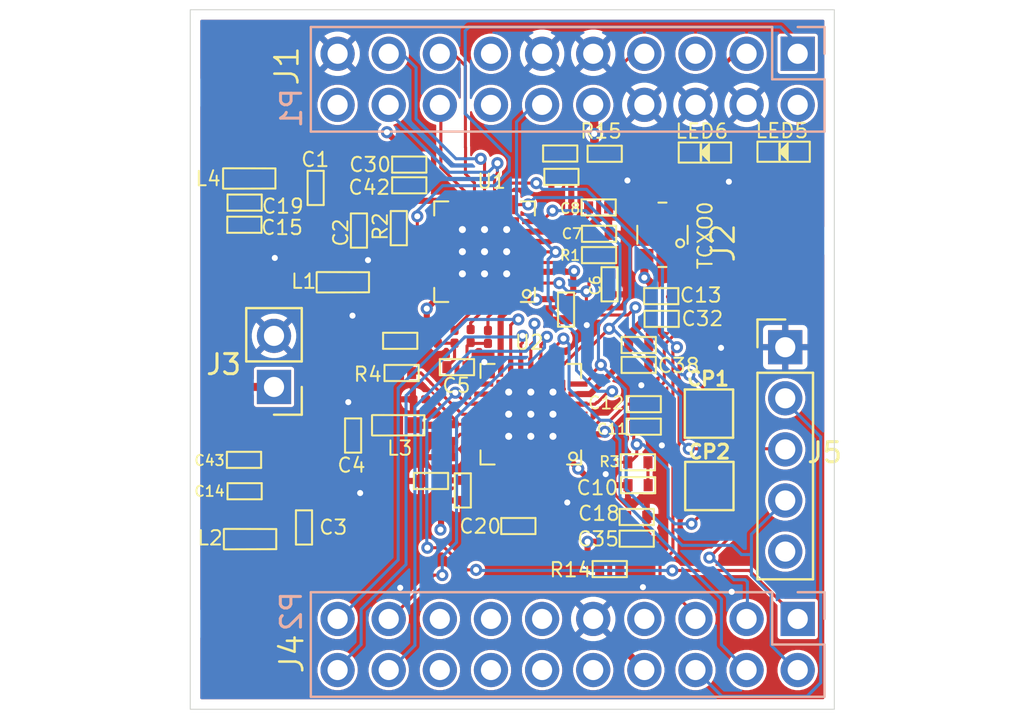
<source format=kicad_pcb>
(kicad_pcb (version 20241229) (generator "pcbnew") (generator_version "9.0")
  (layers (0 "F.Cu" signal) (4 "In1.Cu" signal) (6 "In2.Cu" signal) (2 "B.Cu" signal) (13 "F.Paste" user) (15 "B.Paste" user) (5 "F.SilkS" user "F.Silkscreen") (7 "B.SilkS" user "B.Silkscreen") (1 "F.Mask" user) (3 "B.Mask" user) (25 "Edge.Cuts" user))
  (net 0 "")
  (net 3 "CPAD_2.2MM")
  (net 4 "Net-(R10-P$2)")
  (net 5 "Net-(R11-P$2)")
  (net 6 "CP1OUT")
  (net 7 "CP2OUT")
  (net 8 "+3.3V")
  (net 9 "/5V")
  (net 10 "Net-(R23-P$2)")
  (net 11 "Net-(R25-P$2)")
  (net 12 "PA7")
  (net 13 "SDATA")
  (net 14 "SCLK")
  (net 15 "Net-(L1-P$2)")
  (net 16 "Net-(L3-P$2)")
  (net 17 "/PD6")
  (net 18 "PD7")
  (net 20 "Q0_A")
  (net 22 "I0_A")
  (net 23 "I1_A")
  (net 25 "DCLK")
  (net 26 "Q1_A")
  (net 27 "LOCK_A")
  (net 28 "/SLRD")
  (net 29 "LOCK_B")
  (net 34 "/PA5")
  (net 35 "I0_B")
  (net 36 "CSN_B")
  (net 39 "CSN_A")
  (net 40 "Q0_B")
  (net 41 "I1_B")
  (net 42 "Q1_B")
  (net 43 "Net-(R5-P$1)")
  (net 44 "Net-(R6-P$1)")
  (net 45 "Net-(R9-P$1)")
  (net 46 "Net-(R10-P$1)")
  (net 47 "Net-(R11-P$1)")
  (net 48 "Net-(R12-P$1)")
  (net 49 "Net-(R17-P$1)")
  (net 50 "Net-(R18-P$1)")
  (net 51 "Net-(R23-P$1)")
  (net 52 "Net-(R24-P$1)")
  (net 53 "Net-(R25-P$1)")
  (net 54 "Net-(R26-P$1)")
  (net 55 "Net-(R2-P$1)")
  (net 56 "Net-(U1-XTAL)")
  (net 60 "/PLL_CLK")
  (net 61 "Net-(R4-P$1)")
  (net 65 "Net-(U2-XTAL)")
  (net 67 "Net-(L1-P$1)")
  (net 68 "Net-(J1-RF)")
  (net 69 "Net-(L3-P$1)")
  (net 70 "Net-(J4-RF)")
  (net 71 "Net-(R1-P$1)")
  (net 72 "Net-(R3-P$1)")
  (footprint "pocket_sdr_v2.33:C1005" (layer "F.Cu") (at 139.42 105.75 180)
    (property "Reference" "C14")
    (property "Value" "100pF" (hide yes))
  )
  (footprint "pocket_sdr_v2.33:C1005" (layer "F.Cu") (at 147.6 89.51)
    (property "Reference" "C30")
    (property "Value" "0.1uF" (hide yes))
  )
  (footprint "pocket_sdr_v2.33:C1005" (layer "F.Cu") (at 144.81 102.98 -90)
    (property "Reference" "C4")
    (property "Value" "1.1pF" (hide yes))
  )
  (footprint "pocket_sdr_v2.33:C1005" (layer "F.Cu") (at 158.96 104.31 180)
    (property "Reference" "R3")
    (property "Value" "15K" (hide yes))
  )
  (footprint "pocket_sdr_v2.33:C1005" (layer "F.Cu") (at 147.15 98.27 180)
    (property "Reference" "C31" (hide yes))
    (property "Value" "0.1uF" (hide yes))
  )
  (footprint "pocket_sdr_v2.33:C1005" (layer "F.Cu") (at 149.97 99.58)
    (property "Reference" "C5")
    (property "Value" "470pF" (hide yes))
  )
  (footprint "pocket_sdr_v2.33:C1005" (layer "F.Cu") (at 159 98.48)
    (property "Reference" "C36" (hide yes))
    (property "Value" "100pF" (hide yes))
  )
  (footprint "Resistor_SMD:R_0201_0603Metric" (layer "F.Cu") (at 149.47 104.06 180)
    (property "Reference" "R20" (hide yes))
    (property "Value" "0hi nclo" (hide yes))
  )
  (footprint "Resistor_SMD:R_0201_0603Metric" (layer "F.Cu") (at 147.15 96.89 180)
    (property "Reference" "R7" (hide yes))
    (property "Value" "0hi nclo" (hide yes))
  )
  (footprint "Resistor_SMD:R_0201_0603Metric" (layer "F.Cu") (at 151.51 98.08 -90)
    (property "Reference" "R12" (hide yes))
    (property "Value" "0lo nchi" (hide yes))
  )
  (footprint "pocket_sdr_v2.33:C1005" (layer "F.Cu") (at 155.39 96.72 -90)
    (property "Reference" "C16" (hide yes))
    (property "Value" "0.1uF" (hide yes))
  )
  (footprint "Connector_PinHeader_2.54mm:PinHeader_1x05_P2.54mm_Vertical" (layer "F.Cu") (at 166.28 98.59)
    (property "Reference" "J5")
    (property "Value" "Conn_01x05_Pin" (hide yes))
  )
  (footprint "pocket_sdr_v2.33:SMA-ANG" (layer "F.Cu") (at 135.23 85.93 90)
    (property "Reference" "J1")
    (property "Value" "SMA-ANG")
  )
  (footprint "Resistor_SMD:R_0201_0603Metric" (layer "F.Cu") (at 147.17 96.07 180)
    (property "Reference" "R6" (hide yes))
    (property "Value" "0lo nchi" (hide yes))
  )
  (footprint "pocket_sdr_v2.33:C1005" (layer "F.Cu") (at 142.37 107.55 90)
    (property "Reference" "C3")
    (property "Value" "470pF" (hide yes))
  )
  (footprint "pocket_sdr_v2.33:C1005" (layer "F.Cu") (at 158.9 107.03)
    (property "Reference" "C18")
    (property "Value" "100pF" (hide yes))
  )
  (footprint "pocket_sdr_v2.33:C1005" (layer "F.Cu") (at 157.03 92.95)
    (property "Reference" "C7")
    (property "Value" "15pF" (hide yes))
  )
  (footprint "Resistor_SMD:R_0201_0603Metric" (layer "F.Cu") (at 148.1 101.18 180)
    (property "Reference" "R19" (hide yes))
    (property "Value" "0lo nchi" (hide yes))
  )
  (footprint "pocket_sdr_v2.33:C1005" (layer "F.Cu") (at 150.26 105.71 -90)
    (property "Reference" "C33" (hide yes))
    (property "Value" "100pF" (hide yes))
  )
  (footprint "TestPoint:TestPoint_Pad_2.0x2.0mm" (layer "F.Cu") (at 162.49 101.89)
    (property "Reference" "CP1")
    (property "Value" "TestPoint" (hide yes))
  )
  (footprint "pocket_sdr_v2.33:C1005" (layer "F.Cu") (at 158.9 108.11)
    (property "Reference" "C35")
    (property "Value" "0.1uF" (hide yes))
  )
  (footprint "Connector_PinHeader_2.54mm:PinHeader_1x02_P2.54mm_Vertical" (layer "F.Cu") (at 140.88 100.565 180)
    (property "Reference" "J3")
    (property "Value" "Screw_Terminal_01x02" (hide yes))
  )
  (footprint "pocket_sdr_v2.33:C1005" (layer "F.Cu") (at 153.02 107.48)
    (property "Reference" "C20")
    (property "Value" "470pF" (hide yes))
  )
  (footprint "Resistor_SMD:R_0201_0603Metric" (layer "F.Cu") (at 147.17 94.34 180)
    (property "Reference" "R8" (hide yes))
    (property "Value" "0lo nchi" (hide yes))
  )
  (footprint "Resistor_SMD:R_0201_0603Metric" (layer "F.Cu") (at 150.65 98.03 -90)
    (property "Reference" "R11" (hide yes))
    (property "Value" "0hi nclo" (hide yes))
  )
  (footprint "pocket_sdr_v2.33:C1005" (layer "F.Cu") (at 159.25 102.54)
    (property "Reference" "C11")
    (property "Value" "15pF" (hide yes))
  )
  (footprint "pocket_sdr_v2.33:C1005" (layer "F.Cu") (at 147.22 99.87 180)
    (property "Reference" "R4")
    (property "Value" "10K" (hide yes))
  )
  (footprint "pocket_sdr_v2.33:C1005" (layer "F.Cu") (at 139.42 91.4 180)
    (property "Reference" "C19")
    (property "Value" "0.1uF" (hide yes))
  )
  (footprint "Resistor_SMD:R_0201_0603Metric" (layer "F.Cu") (at 149.85 98.07 -90)
    (property "Reference" "R10" (hide yes))
    (property "Value" "0hi nclo" (hide yes))
  )
  (footprint "pocket_sdr_v2.33:C1005" (layer "F.Cu") (at 139.39 104.19 180)
    (property "Reference" "C43")
    (property "Value" "0.1uF" (hide yes))
  )
  (footprint "pocket_sdr_v2.33:C1005" (layer "F.Cu") (at 160.14 97.18)
    (property "Reference" "C32")
    (property "Value" "100pF" (hide yes))
  )
  (footprint "pocket_sdr_v2.33:TQFN28" (layer "F.Cu") (at 151.34 93.84 90)
    (property "Reference" "U1")
    (property "Value" "MAX2771" (hide yes))
  )
  (footprint "Resistor_SMD:R_0201_0603Metric" (layer "F.Cu") (at 149.02 98.07 -90)
    (property "Reference" "R9" (hide yes))
    (property "Value" "0lo nchi" (hide yes))
  )
  (footprint "pocket_sdr_v2.33:C1005" (layer "F.Cu") (at 155.1 88.96 180)
    (property "Reference" "C39" (hide yes))
    (property "Value" "100pF" (hide yes))
  )
  (footprint "pocket_sdr_v2.33:C1005" (layer "F.Cu") (at 145.1 92.79 -90)
    (property "Reference" "C2")
    (property "Value" "1.7pF" (hide yes))
  )
  (footprint "Resistor_SMD:R_0201_0603Metric" (layer "F.Cu") (at 152.63 105.99 -90)
    (property "Reference" "R24" (hide yes))
    (property "Value" "0hi nclo" (hide yes))
  )
  (footprint "pocket_sdr_v2.33:SMA-ANG" (layer "F.Cu") (at 170.18 93.3 -90)
    (property "Reference" "J2")
    (property "Value" "SMA-ANG")
  )
  (footprint "pocket_sdr_v2.33:C1005" (layer "F.Cu") (at 157.01 91.64 180)
    (property "Reference" "C8")
    (property "Value" "0.01uF" (hide yes))
  )
  (footprint "pocket_sdr_v2.33:C1608" (layer "F.Cu") (at 139.65 90.2)
    (property "Reference" "L4")
    (property "Value" "68nH" (hide yes))
  )
  (footprint "pocket_sdr_v2.33:C1005" (layer "F.Cu") (at 157.31 88.97 180)
    (property "Reference" "R15")
    (property "Value" "10K" (hide yes))
  )
  (footprint "pocket_sdr_v2.33:C1005" (layer "F.Cu") (at 160.12 96.05)
    (property "Reference" "C13")
    (property "Value" "0.1uF" (hide yes))
  )
  (footprint "pocket_sdr_v2.33:C1608" (layer "F.Cu") (at 139.69 108.13)
    (property "Reference" "L2")
    (property "Value" "68nH" (hide yes))
  )
  (footprint "Resistor_SMD:R_0201_0603Metric" (layer "F.Cu") (at 147.14 95.18 180)
    (property "Reference" "R5" (hide yes))
    (property "Value" "0hi nclo" (hide yes))
  )
  (footprint "pocket_sdr_v2.33:C1005" (layer "F.Cu") (at 159.25 101.42 180)
    (property "Reference" "C12")
    (property "Value" "0.01uF" (hide yes))
  )
  (footprint "TestPoint:TestPoint_Pad_2.0x2.0mm" (layer "F.Cu") (at 162.51 105.49)
    (property "Reference" "CP2")
    (property "Value" "TestPoint" (hide yes))
  )
  (footprint "pocket_sdr_v2.33:TCXO" (layer "F.Cu") (at 160.18 93 90)
    (property "Reference" "TCXO0")
    (property "Value" "24.000 MHz 0.5ppm" (hide yes))
  )
  (footprint "Resistor_SMD:R_0201_0603Metric" (layer "F.Cu") (at 149.51 102.42 180)
    (property "Reference" "R17" (hide yes))
    (property "Value" "0hi nclo" (hide yes))
  )
  (footprint "pocket_sdr_v2.33:SMA-ANG" (layer "F.Cu") (at 135.26 112.34 90)
    (property "Reference" "J4")
    (property "Value" "SMA-ANG")
  )
  (footprint "Resistor_SMD:R_0201_0603Metric" (layer "F.Cu") (at 151.8 105.98 -90)
    (property "Reference" "R23" (hide yes))
    (property "Value" "0lo nchi" (hide yes))
  )
  (footprint "pocket_sdr_v2.33:C1005" (layer "F.Cu") (at 148.68 105.24 180)
    (property "Reference" "C34" (hide yes))
    (property "Value" "0.1uF" (hide yes))
  )
  (footprint "pocket_sdr_v2.33:C1005" (layer "F.Cu") (at 158.97 105.45 180)
    (property "Reference" "C10")
    (property "Value" "750pF" (hide yes))
  )
  (footprint "pocket_sdr_v2.33:C1005" (layer "F.Cu") (at 157.56 109.62 180)
    (property "Reference" "R14")
    (property "Value" "10K" (hide yes))
  )
  (footprint "pocket_sdr_v2.33:C1005" (layer "F.Cu") (at 157.03 94.01 180)
    (property "Reference" "R1")
    (property "Value" "15K" (hide yes))
  )
  (footprint "pocket_sdr_v2.33:C1005" (layer "F.Cu") (at 155.16 90.12 180)
    (property "Reference" "C17" (hide yes))
    (property "Value" "0.1uF" (hide yes))
  )
  (footprint "pocket_sdr_v2.33:C1005" (layer "F.Cu") (at 159 99.47)
    (property "Reference" "C38")
    (property "Value" "0.1uF" (hide yes))
  )
  (footprint "pocket_sdr_v2.33:C1005" (layer "F.Cu") (at 139.41 92.5 180)
    (property "Reference" "C15")
    (property "Value" "100pF" (hide yes))
  )
  (footprint "pocket_sdr_v2.33:TQFN28" (layer "F.Cu") (at 153.64 101.92 90)
    (property "Reference" "U2")
    (property "Value" "MAX2771" (hide yes))
  )
  (footprint "pocket_sdr_v2.33:C1005" (layer "F.Cu") (at 142.95 90.67 -90)
    (property "Reference" "C1")
    (property "Value" "470pF" (hide yes))
  )
  (footprint "pocket_sdr_v2.33:C1005" (layer "F.Cu") (at 157.55 95.46 -90)
    (property "Reference" "C6")
    (property "Value" "750pF" (hide yes))
  )
  (footprint "Resistor_SMD:R_0201_0603Metric" (layer "F.Cu") (at 149.48 103.25 180)
    (property "Reference" "R18" (hide yes))
    (property "Value" "0lo nchi" (hide yes))
  )
  (footprint "pocket_sdr_v2.33:C1608" (layer "F.Cu") (at 147.05 102.47)
    (property "Reference" "L3")
    (property "Value" "8.4nH" (hide yes))
  )
  (footprint "pocket_sdr_v2.33:C1608" (layer "F.Cu") (at 144.3 95.36)
    (property "Reference" "L1")
    (property "Value" "5.6nF" (hide yes))
  )
  (footprint "pocket_sdr_v2.33:LED_1608" (layer "F.Cu") (at 166.2 88.87 180)
    (property "Reference" "LED5")
    (property "Value" "LED1608" (hide yes))
  )
  (footprint "pocket_sdr_v2.33:C1005" (layer "F.Cu") (at 147.6 90.54)
    (property "Reference" "C42")
    (property "Value" "100pF" (hide yes))
  )
  (footprint "pocket_sdr_v2.33:LED_1608" (layer "F.Cu") (at 162.29 88.91 180)
    (property "Reference" "LED6")
    (property "Value" "LED1608" (hide yes))
  )
  (footprint "Resistor_SMD:R_0201_0603Metric" (layer "F.Cu") (at 153.45 105.985 -90)
    (property "Reference" "R25" (hide yes))
    (property "Value" "0hi nclo" (hide yes))
  )
  (footprint "pocket_sdr_v2.33:C1005" (layer "F.Cu") (at 147.08 92.67 90)
    (property "Reference" "R2")
    (property "Value" "10K" (hide yes))
  )
  (footprint "Resistor_SMD:R_0201_0603Metric" (layer "F.Cu") (at 154.25 105.98 -90)
    (property "Reference" "R26" (hide yes))
    (property "Value" "0lo nchi" (hide yes))
  )
  (footprint "Connector_PinSocket_2.54mm:PinSocket_2x10_P2.54mm_Vertical" (layer "B.Cu") (at 166.9 112.1 90)
    (property "Reference" "P2")
    (property "Value" "Conn_02x10_Odd_Even" (hide yes))
  )
  (footprint "Connector_PinSocket_2.54mm:PinSocket_2x10_P2.54mm_Vertical" (layer "B.Cu") (at 166.9 84 90)
    (property "Reference" "P1")
    (property "Value" "Conn_02x10_Odd_Even" (hide yes))
  )
  (gr_rect (start 136.72 81.81) (end 168.72 116.59) (stroke (width 0.05)) (fill no) (layer "Edge.Cuts"))
  (segment (start 160.47 96.08) (end 160.45 96.08) (width 0.2) (layer "F.Cu") (net 3))
  (segment (start 160.88 94.22) (end 160.92 94.26) (width 0.2) (layer "F.Cu") (net 3))
  (via (at 163.62 110.75) (size 0.6) (drill 0.3) (layers "F.Cu" "B.Cu") (net 3))
  (via (at 144.78 97.02) (size 0.6) (drill 0.3) (layers "F.Cu" "B.Cu") (net 3))
  (via (at 157.36 104.9) (size 0.6) (drill 0.3) (layers "F.Cu" "B.Cu") (net 3))
  (via (at 140.92 94.15) (size 0.6) (drill 0.3) (layers "F.Cu" "B.Cu") (net 3))
  (via (at 163.48 90.36) (size 0.6) (drill 0.3) (layers "F.Cu" "B.Cu") (net 3))
  (via (at 145.16 105.84) (size 0.6) (drill 0.3) (layers "F.Cu" "B.Cu") (net 3))
  (via (at 151.33 99.33) (size 0.6) (drill 0.3) (layers "F.Cu" "B.Cu") (net 3))
  (via (at 145.55 94.26) (size 0.6) (drill 0.3) (layers "F.Cu" "B.Cu") (net 3))
  (via (at 156.42 97.49) (size 0.6) (drill 0.3) (layers "F.Cu" "B.Cu") (net 3))
  (via (at 159.21 110.52) (size 0.6) (drill 0.3) (layers "F.Cu" "B.Cu") (net 3))
  (via (at 147.15 110.55) (size 0.6) (drill 0.3) (layers "F.Cu" "B.Cu") (net 3))
  (via (at 163.09 98.62) (size 0.6) (drill 0.3) (layers "F.Cu" "B.Cu") (net 3))
  (via (at 160.15 103.47) (size 0.6) (drill 0.3) (layers "F.Cu" "B.Cu") (net 3))
  (via (at 159.13 100.48) (size 0.6) (drill 0.3) (layers "F.Cu" "B.Cu") (net 3))
  (via (at 144.57 101.32) (size 0.6) (drill 0.3) (layers "F.Cu" "B.Cu") (net 3))
  (via (at 155.45 106.31) (size 0.6) (drill 0.3) (layers "F.Cu" "B.Cu") (net 3))
  (via (at 158.44 90.3) (size 0.6) (drill 0.3) (layers "F.Cu" "B.Cu") (net 3))
  (segment (start 149.85 99.2) (end 149.85 98.39) (width 0.1524) (layer "F.Cu") (net 4))
  (segment (start 149.47 99.58) (end 149.85 99.2) (width 0.1524) (layer "F.Cu") (net 4))
  (segment (start 149.02 98.39) (end 149.85 98.39) (width 0.1524) (layer "F.Cu") (net 4))
  (segment (start 151.51 98.4) (end 150.7 98.4) (width 0.1524) (layer "F.Cu") (net 5))
  (segment (start 150.65 98.35) (end 150.47 98.53) (width 0.1524) (layer "F.Cu") (net 5))
  (segment (start 150.47 98.53) (end 150.47 99.58) (width 0.1524) (layer "F.Cu") (net 5))
  (segment (start 150.7 98.4) (end 150.65 98.35) (width 0.1524) (layer "F.Cu") (net 5))
  (segment (start 156.4014 96.7614) (end 156.4014 95.814) (width 0.1524) (layer "F.Cu") (net 6))
  (segment (start 153.74 95.4) (end 153.68 95.34) (width 0.1524) (layer "F.Cu") (net 6))
  (segment (start 158.4586 96.99) (end 156.63 96.99) (width 0.1524) (layer "F.Cu") (net 6))
  (segment (start 162.49 100.89) (end 162.49 101.89) (width 0.1524) (layer "F.Cu") (net 6))
  (segment (start 156.53 95.62) (end 156.53 94.01) (width 0.1524) (layer "F.Cu") (net 6))
  (segment (start 156.53 92.95) (end 156.53 94.01) (width 0.1524) (layer "F.Cu") (net 6))
  (segment (start 156.2414 95.827598) (end 156.322402 95.827598) (width 0.1524) (layer "F.Cu") (net 6))
  (segment (start 161.51 99.96) (end 161.56 99.96) (width 0.1524) (layer "F.Cu") (net 6))
  (segment (start 156.322402 95.827598) (end 156.53 95.62) (width 0.1524) (layer "F.Cu") (net 6))
  (segment (start 161.56 99.96) (end 162.49 100.89) (width 0.1524) (layer "F.Cu") (net 6))
  (segment (start 155.05 95.4) (end 153.74 95.4) (width 0.1524) (layer "F.Cu") (net 6))
  (segment (start 156.63 96.99) (end 156.4014 96.7614) (width 0.1524) (layer "F.Cu") (net 6))
  (segment (start 158.8386 96.61) (end 158.4586 96.99) (width 0.1524) (layer "F.Cu") (net 6))
  (via (at 155.05 95.4) (size 0.6) (drill 0.3) (layers "F.Cu" "B.Cu") (net 6))
  (via (at 161.51 99.96) (size 0.6) (drill 0.3) (layers "F.Cu" "B.Cu") (net 6))
  (via (at 158.8386 96.61) (size 0.6) (drill 0.3) (layers "F.Cu" "B.Cu") (net 6))
  (via (at 156.4014 95.814) (size 0.6) (drill 0.3) (layers "F.Cu" "B.Cu") (net 6))
  (segment (start 162.07 100.47) (end 161.56 99.96) (width 0.1524) (layer "B.Cu") (net 6))
  (segment (start 156.227802 95.814) (end 156.2414 95.827598) (width 0.1524) (layer "B.Cu") (net 6))
  (segment (start 161.15 99.96) (end 161.51 99.96) (width 0.1524) (layer "B.Cu") (net 6))
  (segment (start 158.8386 96.612378) (end 158.74 96.710978) (width 0.1524) (layer "B.Cu") (net 6))
  (segment (start 155.05 95.4) (end 155.464 95.814) (width 0.1524) (layer "B.Cu") (net 6))
  (segment (start 158.74 96.710978) (end 158.74 97.55) (width 0.1524) (layer "B.Cu") (net 6))
  (segment (start 161.56 99.96) (end 161.51 99.96) (width 0.1524) (layer "B.Cu") (net 6))
  (segment (start 155.464 95.814) (end 156.227802 95.814) (width 0.1524) (layer "B.Cu") (net 6))
  (segment (start 158.8386 96.61) (end 158.8386 96.612378) (width 0.1524) (layer "B.Cu") (net 6))
  (segment (start 158.74 97.55) (end 161.15 99.96) (width 0.1524) (layer "B.Cu") (net 6))
  (segment (start 156.55 104.31) (end 155.98 103.74) (width 0.1524) (layer "F.Cu") (net 7))
  (segment (start 158.46 104.31) (end 158.57 104.31) (width 0.1524) (layer "F.Cu") (net 7))
  (segment (start 162.22 105.78) (end 161.6236 106.3764) (width 0.1524) (layer "F.Cu") (net 7))
  (segment (start 157.165318 104.31) (end 158.46 104.31) (width 0.1524) (layer "F.Cu") (net 7))
  (segment (start 158.75 103.2656) (end 158.9044 103.42) (width 0.1524) (layer "F.Cu") (net 7))
  (segment (start 157.12 104.31) (end 156.55 104.31) (width 0.1524) (layer "F.Cu") (net 7))
  (segment (start 162.51 106.4836) (end 162.51 105.49) (width 0.1524) (layer "F.Cu") (net 7))
  (segment (start 157.142659 104.332659) (end 157.165318 104.31) (width 0.1524) (layer "F.Cu") (net 7))
  (segment (start 162.22 105.5) (end 162.22 105.78) (width 0.1524) (layer "F.Cu") (net 7))
  (segment (start 158.57 104.31) (end 158.9044 103.9756) (width 0.1524) (layer "F.Cu") (net 7))
  (segment (start 155.98 103.74) (end 155.98 103.42) (width 0.1524) (layer "F.Cu") (net 7))
  (segment (start 158.75 102.54) (end 158.75 103.2656) (width 0.1524) (layer "F.Cu") (net 7))
  (segment (start 161.6236 107.37) (end 162.51 106.4836) (width 0.1524) (layer "F.Cu") (net 7))
  (segment (start 158.9044 103.9756) (end 158.9044 103.42) (width 0.1524) (layer "F.Cu") (net 7))
  (segment (start 158.48 104.29) (end 158.46 104.31) (width 0.1524) (layer "F.Cu") (net 7))
  (segment (start 157.142659 104.332659) (end 157.12 104.31) (width 0.1524) (layer "F.Cu") (net 7))
  (via (at 161.6236 107.37) (size 0.6) (drill 0.3) (layers "F.Cu" "B.Cu") (net 7))
  (via (at 158.9044 103.42) (size 0.6) (drill 0.3) (layers "F.Cu" "B.Cu") (net 7))
  (segment (start 158.9044 103.42) (end 158.9244 103.44) (width 0.1524) (layer "B.Cu") (net 7))
  (segment (start 160.46 107.03) (end 160.8 107.37) (width 0.1524) (layer "B.Cu") (net 7))
  (segment (start 158.9244 103.44) (end 159.24 103.44) (width 0.1524) (layer "B.Cu") (net 7))
  (segment (start 159.24 103.44) (end 160.46 104.66) (width 0.1524) (layer "B.Cu") (net 7))
  (segment (start 160.8 107.37) (end 161.6236 107.37) (width 0.1524) (layer "B.Cu") (net 7))
  (segment (start 160.46 104.66) (end 160.46 107.03) (width 0.1524) (layer "B.Cu") (net 7))
  (segment (start 147.06 88.88) (end 147.06 88.72) (width 0.3048) (layer "F.Cu") (net 8))
  (segment (start 159.08 94.22) (end 159.28 94.42) (width 0.4) (layer "F.Cu") (net 8))
  (segment (start 155.98 102.92) (end 157.2 102.92) (width 0.3048) (layer "F.Cu") (net 8))
  (segment (start 152.14 99.58) (end 152.14 97.1) (width 0.3048) (layer "F.Cu") (net 8))
  (segment (start 156.46 109.4) (end 156.68 109.62) (width 0.3048) (layer "F.Cu") (net 8))
  (segment (start 156.81 88.97) (end 156.81 88.28) (width 0.4064) (layer "F.Cu") (net 8))
  (segment (start 149.18 105.24) (end 149.18 107.63) (width 0.3048) (layer "F.Cu") (net 8))
  (segment (start 153.948291 96.2) (end 155.37 96.2) (width 0.3048) (layer "F.Cu") (net 8))
  (segment (start 147.65 98.69) (end 147.3 99.04) (width 0.3048) (layer "F.Cu") (net 8))
  (segment (start 156.79 88.95) (end 156.81 88.97) (width 0.4064) (layer "F.Cu") (net 8))
  (segment (start 152.14 97.1) (end 152.34 96.9) (width 0.3048) (layer "F.Cu") (net 8))
  (segment (start 158.5 99.47) (end 158.5 98.48) (width 0.3048) (layer "F.Cu") (net 8))
  (segment (start 152.84 96.18) (end 152.3732 96.18) (width 0.4064) (layer "F.Cu") (net 8))
  (segment (start 147.08 91.14) (end 147.08 88.9) (width 0.3048) (layer "F.Cu") (net 8))
  (segment (start 159.62 95.42) (end 159.62 95.78) (width 0.4) (layer "F.Cu") (net 8))
  (segment (start 156.8 88.96) (end 155.6 88.96) (width 0.4064) (layer "F.Cu") (net 8))
  (segment (start 147.65 98.2) (end 148.47 97.38) (width 0.3048) (layer "F.Cu") (net 8))
  (segment (start 149.84 96.18) (end 148.96 96.18) (width 0.3048) (layer "F.Cu") (net 8))
  (segment (start 156.59 100.92) (end 158.04 99.47) (width 0.3048) (layer "F.Cu") (net 8))
  (segment (start 153.68 92.84) (end 154.67 92.84) (width 0.3048) (layer "F.Cu") (net 8))
  (segment (start 158.4 107.03) (end 158.4 108.11) (width 0.3048) (layer "F.Cu") (net 8))
  (segment (start 155.300931 94.7942) (end 154.799069 94.7942) (width 0.3048) (layer "F.Cu") (net 8))
  (segment (start 147.65 98.27) (end 147.65 98.2) (width 0.3048) (layer "F.Cu") (net 8))
  (segment (start 147.08 88.9) (end 147.06 88.88) (width 0.3048) (layer "F.Cu") (net 8))
  (segment (start 147.08 92.17) (end 147.08 91.52) (width 0.3048) (layer "F.Cu") (net 8))
  (segment (start 158.4 108.11) (end 158.25 108.26) (width 0.3048) (layer "F.Cu") (net 8))
  (segment (start 156.68 109.62) (end 157.06 109.62) (width 0.3048) (layer "F.Cu") (net 8))
  (segment (start 157.2 102.92) (end 157.322565 102.797435) (width 0.3048) (layer "F.Cu") (net 8))
  (segment (start 147.13 88.54) (end 146.49 87.9) (width 0.3048) (layer "F.Cu") (net 8))
  (segment (start 156.79 87.98) (end 156.79 88.95) (width 0.4064) (layer "F.Cu") (net 8))
  (segment (start 159.64 97.18) (end 159.34 97.18) (width 0.4) (layer "F.Cu") (net 8))
  (segment (start 154.753269 94.84) (end 153.68 94.84) (width 0.3048) (layer "F.Cu") (net 8))
  (segment (start 152.91 96.25) (end 152.84 96.18) (width 0.3048) (layer "F.Cu") (net 8))
  (segment (start 150.26 105.21) (end 149.21 105.21) (width 0.3048) (layer "F.Cu") (net 8))
  (segment (start 155.63 104.26) (end 155.14 104.26) (width 0.3048) (layer "F.Cu") (net 8))
  (segment (start 153.898291 96.25) (end 152.91 96.25) (width 0.3048) (layer "F.Cu") (net 8))
  (segment (start 155.346731 94.84) (end 155.300931 94.7942) (width 0.3048) (layer "F.Cu") (net 8))
  (segment (start 155.39 96.22) (end 155.748 95.862) (width 0.3048) (layer "F.Cu") (net 8))
  (segment (start 148.96 96.18) (end 148.47 96.67) (width 0.3048) (layer "F.Cu") (net 8))
  (segment (start 156.81 88.97) (end 156.8 88.96) (width 0.4064) (layer "F.Cu") (net 8))
  (segment (start 152.34 96.9) (end 152.34 96.18) (width 0.3048) (layer "F.Cu") (net 8))
  (segment (start 158.5 98.02) (end 158.5 98.48) (width 0.4) (layer "F.Cu") (net 8))
  (segment (start 147.29 91.31) (end 147.27 91.33) (width 0.3048) (layer "F.Cu") (net 8))
  (segment (start 155.98 100.92) (end 156.59 100.92) (width 0.3048) (layer "F.Cu") (net 8))
  (segment (start 149.21 105.21) (end 149.18 105.24) (width 0.3048) (layer "F.Cu") (net 8))
  (segment (start 147.3 99.04) (end 147.05 99.04) (width 0.3048) (layer "F.Cu") (net 8))
  (segment (start 148.47 97.38) (end 148.47 96.67) (width 0.3048) (layer "F.Cu") (net 8))
  (segment (start 147.13 88.65) (end 147.13 88.54) (width 0.3048) (layer "F.Cu") (net 8))
  (segment (start 149.65 91.31) (end 147.29 91.31) (width 0.3048) (layer "F.Cu") (net 8))
  (segment (start 155.79 94.8) (end 155.75 94.84) (width 0.3048) (layer "F.Cu") (net 8))
  (segment (start 147.06 88.72) (end 147.13 88.65) (width 0.3048) (layer "F.Cu") (net 8))
  (segment (start 159.62 95.78) (end 159.63 95.79) (width 0.4) (layer "F.Cu") (net 8))
  (segment (start 151.22 105.18) (end 150.35 105.18) (width 0.3048) (layer "F.Cu") (net 8))
  (segment (start 158.4 107.03) (end 155.995 104.625) (width 0.3048) (layer "F.Cu") (net 8))
  (segment (start 147.27 91.33) (end 147.08 91.14) (width 0.3048) (layer "F.Cu") (net 8))
  (segment (start 146.72 99.37) (end 146.72 99.87) (width 0.3048) (layer "F.Cu") (net 8))
  (segment (start 156.79 85.92) (end 156.79 87.98) (width 0.4064) (layer "F.Cu") (net 8))
  (segment (start 155.748 94.842) (end 155.79 94.8) (width 0.3048) (layer "F.Cu") (net 8))
  (segment (start 155.37 96.2) (end 155.39 96.22) (width 0.3048) (layer "F.Cu") (net 8))
  (segment (start 154.799069 94.7942) (end 154.753269 94.84) (width 0.3048) (layer "F.Cu") (net 8))
  (segment (start 149.84 91.5) (end 149.65 91.31) (width 0.3048) (layer "F.Cu") (net 8))
  (segment (start 147.08 91.52) (end 147.27 91.33) (width 0.3048) (layer "F.Cu") (net 8))
  (segment (start 155.65 91.86) (end 155.65 89.01) (width 0.3048) (layer "F.Cu") (net 8))
  (segment (start 155.75 94.84) (end 155.346731 94.84) (width 0.3048) (layer "F.Cu") (net 8))
  (segment (start 147.05 99.04) (end 146.72 99.37) (width 0.3048) (layer "F.Cu") (net 8))
  (segment (start 155.995 104.625) (end 155.63 104.26) (width 0.3048) (layer "F.Cu") (net 8))
  (segment (start 152.14 104.26) (end 151.22 105.18) (width 0.3048) (layer "F.Cu") (net 8))
  (segment (start 156.81 88.97) (end 156.78 88.94) (width 0.4064) (layer "F.Cu") (net 8))
  (segment (start 156.81 88.28) (end 156.8 88.27) (width 0.4064) (layer "F.Cu") (net 8))
  (segment (start 159.28 95.08) (end 159.62 95.42) (width 0.4) (layer "F.Cu") (net 8))
  (segment (start 155.14 104.26) (end 154.64 104.26) (width 0.3048) (layer "F.Cu") (net 8))
  (segment (start 153.9238 96.224491) (end 153.898291 96.25) (width 0.3048) (layer "F.Cu") (net 8))
  (segment (start 159.28 94.42) (end 159.28 95.08) (width 0.4) (layer "F.Cu") (net 8))
  (segment (start 155.65 89.01) (end 155.6 88.96) (width 0.3048) (layer "F.Cu") (net 8))
  (segment (start 156.46 108.26) (end 156.46 109.4) (width 0.3048) (layer "F.Cu") (net 8))
  (segment (start 158.25 108.26) (end 156.46 108.26) (width 0.3048) (layer "F.Cu") (net 8))
  (segment (start 159.63 95.79) (end 159.63 97.03) (width 0.4) (layer "F.Cu") (net 8))
  (segment (start 149.18 107.63) (end 149.15 107.66) (width 0.3048) (layer "F.Cu") (net 8))
  (segment (start 155.748 95.862) (end 155.748 94.842) (width 0.3048) (layer "F.Cu") (net 8))
  (segment (start 154.67 92.84) (end 155.65 91.86) (width 0.3048) (layer "F.Cu") (net 8))
  (segment (start 147.65 98.27) (end 147.65 98.69) (width 0.3048) (layer "F.Cu") (net 8))
  (segment (start 158.04 99.47) (end 158.5 99.47) (width 0.3048) (layer "F.Cu") (net 8))
  (segment (start 153.9238 96.224491) (end 153.948291 96.2) (width 0.3048) (layer "F.Cu") (net 8))
  (segment (start 159.34 97.18) (end 158.5 98.02) (width 0.4) (layer "F.Cu") (net 8))
  (via (at 153.9238 96.224491) (size 0.6) (drill 0.3) (layers "F.Cu" "B.Cu") (net 8))
  (via (at 146.49 87.9) (size 0.6) (drill 0.3) (layers "F.Cu" "B.Cu") (net 8))
  (via (at 159.28 95.13) (size 0.6) (drill 0.3) (layers "F.Cu" "B.Cu") (net 8))
  (via (at 155.995 104.625) (size 0.6) (drill 0.3) (layers "F.Cu" "B.Cu") (net 8))
  (via (at 149.15 107.66) (size 0.6) (drill 0.3) (layers "F.Cu" "B.Cu") (net 8))
  (via (at 156.46 108.26) (size 0.6) (drill 0.3) (layers "F.Cu" "B.Cu") (net 8))
  (via (at 157.322565 102.797435) (size 0.6) (drill 0.3) (layers "F.Cu" "B.Cu") (net 8))
  (via (at 155.79 94.8) (size 0.6) (drill 0.3) (layers "F.Cu" "B.Cu") (net 8))
  (via (at 148.47 96.67) (size 0.6) (drill 0.3) (layers "F.Cu" "B.Cu") (net 8))
  (via (at 156.79 87.98) (size 0.6) (drill 0.3) (layers "F.Cu" "B.Cu") (net 8))
  (segment (start 138.9 108.35) (end 138.82 108.43) (width 0.2) (layer "F.Cu") (net 9))
  (segment (start 140.88 100.565) (end 138.955 100.565) (width 0.4) (layer "F.Cu") (net 9))
  (segment (start 138.955 100.565) (end 138.9 100.51) (width 0.4) (layer "F.Cu") (net 9))
  (segment (start 138.9 90.04) (end 138.9 100.51) (width 0.5) (layer "F.Cu") (net 9))
  (segment (start 138.9 100.51) (end 138.9 108.35) (width 0.5) (layer "F.Cu") (net 9))
  (segment (start 152.63 106.31) (end 152.6 106.34) (width 0.1524) (layer "F.Cu") (net 10))
  (segment (start 151.8 106.3) (end 152.62 106.3) (width 0.1524) (layer "F.Cu") (net 10))
  (segment (start 152.62 106.3) (end 152.63 106.31) (width 0.1524) (layer "F.Cu") (net 10))
  (segment (start 152.6 106.34) (end 152.6 107.4) (width 0.1524) (layer "F.Cu") (net 10))
  (segment (start 152.6 107.4) (end 152.52 107.48) (width 0.1524) (layer "F.Cu") (net 10))
  (segment (start 153.49 106.345) (end 153.49 107.45) (width 0.1524) (layer "F.Cu") (net 11))
  (segment (start 153.49 107.45) (end 153.52 107.48) (width 0.1524) (layer "F.Cu") (net 11))
  (segment (start 153.455 106.3) (end 153.45 106.305) (width 0.1524) (layer "F.Cu") (net 11))
  (segment (start 153.45 106.305) (end 153.49 106.345) (width 0.1524) (layer "F.Cu") (net 11))
  (segment (start 154.25 106.3) (end 153.455 106.3) (width 0.1524) (layer "F.Cu") (net 11))
  (segment (start 161.86 114.67) (end 161.87 114.67) (width 0.2) (layer "B.Cu") (net 12))
  (segment (start 168.04 103.05) (end 168.04 115.27) (width 0.1524) (layer "B.Cu") (net 12))
  (segment (start 167.37 115.94) (end 163.13 115.94) (width 0.1524) (layer "B.Cu") (net 12))
  (segment (start 166.18 101.19) (end 168.04 103.05) (width 0.1524) (layer "B.Cu") (net 12))
  (segment (start 163.13 115.94) (end 161.86 114.67) (width 0.1524) (layer "B.Cu") (net 12))
  (segment (start 168.04 115.27) (end 167.37 115.94) (width 0.1524) (layer "B.Cu") (net 12))
  (segment (start 157.118683 99.468683) (end 156.77 99.817366) (width 0.1524) (layer "F.Cu") (net 13))
  (segment (start 154.72 91.8) (end 154.18 92.34) (width 0.1524) (layer "F.Cu") (net 13))
  (segment (start 156.77 99.96) (end 156.31 100.42) (width 0.1524) (layer "F.Cu") (net 13))
  (segment (start 156.77 99.817366) (end 156.77 99.96) (width 0.1524) (layer "F.Cu") (net 13))
  (segment (start 156.31 100.42) (end 155.98 100.42) (width 0.1524) (layer "F.Cu") (net 13))
  (segment (start 154.18 92.34) (end 153.68 92.34) (width 0.1524) (layer "F.Cu") (net 13))
  (via (at 154.72 91.8) (size 0.6) (drill 0.3) (layers "F.Cu" "B.Cu") (net 13))
  (via (at 157.118683 99.468683) (size 0.6) (drill 0.3) (layers "F.Cu" "B.Cu") (net 13))
  (segment (start 157 97.451032) (end 158.0032 96.447832) (width 0.1524) (layer "B.Cu") (net 13))
  (segment (start 158.0032 96.447832) (end 158.0032 96.263966) (width 0.1524) (layer "B.Cu") (net 13))
  (segment (start 166.94 114.67) (end 166.84 114.67) (width 0.1524) (layer "B.Cu") (net 13))
  (segment (start 166.18 106.28) (end 166.18 106.27) (width 0.2) (layer "B.Cu") (net 13))
  (segment (start 164.6 107.89) (end 165.13 107.36) (width 0.1524) (layer "B.Cu") (net 13))
  (segment (start 161.16 108.44) (end 163.65 108.44) (width 0.1524) (layer "B.Cu") (net 13))
  (segment (start 165.13 107.36) (end 166.28 106.21) (width 0.1524) (layer "B.Cu") (net 13))
  (segment (start 157 99.37) (end 157 97.451032) (width 0.1524) (layer "B.Cu") (net 13))
  (segment (start 156.367534 91.8) (end 154.72 91.8) (width 0.1524) (layer "B.Cu") (net 13))
  (segment (start 157.118683 99.468683) (end 157.098683 99.468683) (width 0.1524) (layer "B.Cu") (net 13))
  (segment (start 163.65 108.44) (end 164.11 108.9) (width 0.1524) (layer "B.Cu") (net 13))
  (segment (start 158.33 103.037533) (end 158.3758 103.083334) (width 0.1524) (layer "B.Cu") (net 13))
  (segment (start 165.58 113.41) (end 165.58 110.9) (width 0.1524) (layer "B.Cu") (net 13))
  (segment (start 164.6 108.9) (end 164.6 107.89) (width 0.1524) (layer "B.Cu") (net 13))
  (segment (start 158.07 93.502466) (end 156.367534 91.8) (width 0.1524) (layer "B.Cu") (net 13))
  (segment (start 165.58 110.9) (end 164.6 109.92) (width 0.1524) (layer "B.Cu") (net 13))
  (segment (start 164.6 109.92) (end 164.6 108.9) (width 0.1524) (layer "B.Cu") (net 13))
  (segment (start 165.13 107.36) (end 165.05 107.44) (width 0.1524) (layer "B.Cu") (net 13))
  (segment (start 158.33 100.68) (end 158.33 103.037533) (width 0.1524) (layer "B.Cu") (net 13))
  (segment (start 166.18 106.32) (end 166.18 106.28) (width 0.1524) (layer "B.Cu") (net 13))
  (segment (start 157.098683 99.468683) (end 157 99.37) (width 0.1524) (layer "B.Cu") (net 13))
  (segment (start 166.84 114.67) (end 165.58 113.41) (width 0.1524) (layer "B.Cu") (net 13))
  (segment (start 157.118683 99.468683) (end 158.33 100.68) (width 0.1524) (layer "B.Cu") (net 13))
  (segment (start 158.3758 105.6558) (end 161.16 108.44) (width 0.1524) (layer "B.Cu") (net 13))
  (segment (start 158.07 96.197165) (end 158.07 93.502466) (width 0.1524) (layer "B.Cu") (net 13))
  (segment (start 158.0032 96.263966) (end 158.07 96.197165) (width 0.1524) (layer "B.Cu") (net 13))
  (segment (start 158.3758 103.083334) (end 158.3758 105.6558) (width 0.1524) (layer "B.Cu") (net 13))
  (segment (start 164.11 108.9) (end 164.6 108.9) (width 0.1524) (layer "B.Cu") (net 13))
  (segment (start 162.51 109.05) (end 164.2 107.36) (width 0.1524) (layer "F.Cu") (net 14))
  (segment (start 166.28 103.67) (end 166.25 103.64) (width 0.1524) (layer "F.Cu") (net 14))
  (segment (start 157.47 97.72) (end 156.65 98.54) (width 0.1524) (layer "F.Cu") (net 14))
  (segment (start 164.2 103.64) (end 161.49 103.64) (width 0.1524) (layer "F.Cu") (net 14))
  (segment (start 157.48 97.72) (end 157.47 97.72) (width 0.1524) (layer "F.Cu") (net 14))
  (segment (start 153.5 91.5) (end 153.51 91.49) (width 0.1524) (layer "F.Cu") (net 14))
  (segment (start 157.53 97.67) (end 157.48 97.72) (width 0.1524) (layer "F.Cu") (net 14))
  (segment (start 152.84 91.5) (end 153.5 91.5) (width 0.1524) (layer "F.Cu") (net 14))
  (segment (start 166.25 103.64) (end 164.2 103.64) (width 0.1524) (layer "F.Cu") (net 14))
  (segment (start 164.2 107.36) (end 164.2 103.64) (width 0.1524) (layer "F.Cu") (net 14))
  (segment (start 156.18 98.54) (end 155.14 99.58) (width 0.1524) (layer "F.Cu") (net 14))
  (segment (start 156.65 98.54) (end 156.18 98.54) (width 0.1524) (layer "F.Cu") (net 14))
  (via (at 162.51 109.05) (size 0.6) (drill 0.3) (layers "F.Cu" "B.Cu") (net 14))
  (via (at 153.51 91.49) (size 0.6) (drill 0.3) (layers "F.Cu" "B.Cu") (net 14))
  (via (at 161.49 103.64) (size 0.6) (drill 0.3) (layers "F.Cu" "B.Cu") (net 14))
  (via (at 157.53 97.67) (size 0.6) (drill 0.3) (layers "F.Cu" "B.Cu") (net 14))
  (segment (start 163.73 110.15) (end 164.29 110.15) (width 0.1524) (layer "B.Cu") (net 14))
  (segment (start 157.53 97.65) (end 158.309 96.871) (width 0.1524) (layer "B.Cu") (net 14))
  (segment (start 161.49 103.64) (end 161.48 103.64) (width 0.1524) (layer "B.Cu") (net 14))
  (segment (start 164.4 112.13) (end 164.22 111.95) (width 0.1524) (layer "B.Cu") (net 14))
  (segment (start 158.56 93.56) (end 156.15 91.15) (width 0.1524) (layer "B.Cu") (net 14))
  (segment (start 158.309 96.390632) (end 158.56 96.139632) (width 0.1524) (layer "B.Cu") (net 14))
  (segment (start 157.53 97.67) (end 157.53 97.65) (width 0.1524) (layer "B.Cu") (net 14))
  (segment (start 156.15 91.15) (end 153.85 91.15) (width 0.1524) (layer "B.Cu") (net 14))
  (segment (start 164.29 110.15) (end 164.4 110.26) (width 0.1524) (layer "B.Cu") (net 14))
  (segment (start 157.72 97.67) (end 157.53 97.67) (width 0.1524) (layer "B.Cu") (net 14))
  (segment (start 164.4 110.26) (end 164.4 112.13) (width 0.1524) (layer "B.Cu") (net 14))
  (segment (start 161.48 103.64) (end 161.08 103.24) (width 0.1524) (layer "B.Cu") (net 14))
  (segment (start 158.56 96.139632) (end 158.56 93.56) (width 0.1524) (layer "B.Cu") (net 14))
  (segment (start 162.51 109.05) (end 162.63 109.05) (width 0.1524) (layer "B.Cu") (net 14))
  (segment (start 161.08 103.24) (end 161.08 101.03) (width 0.1524) (layer "B.Cu") (net 14))
  (segment (start 158.309 96.871) (end 158.309 96.390632) (width 0.1524) (layer "B.Cu") (net 14))
  (segment (start 153.85 91.15) (end 153.51 91.49) (width 0.1524) (layer "B.Cu") (net 14))
  (segment (start 161.08 101.03) (end 157.72 97.67) (width 0.1524) (layer "B.Cu") (net 14))
  (segment (start 162.63 109.05) (end 163.73 110.15) (width 0.1524) (layer "B.Cu") (net 14))
  (segment (start 146.64 95.36) (end 146.82 95.18) (width 0.1524) (layer "F.Cu") (net 15))
  (segment (start 145.1 95.36) (end 146.64 95.36) (width 0.1524) (layer "F.Cu") (net 15))
  (segment (start 146.85 96.07) (end 146.85 95.21) (width 0.1524) (layer "F.Cu") (net 15))
  (segment (start 146.85 95.21) (end 146.82 95.18) (width 0.1524) (layer "F.Cu") (net 15))
  (segment (start 149.16 103.25) (end 149.16 102.45) (width 0.3556) (layer "F.Cu") (net 16))
  (segment (start 149.16 102.45) (end 149.19 102.42) (width 0.1524) (layer "F.Cu") (net 16))
  (segment (start 149.14 102.47) (end 147.85 102.47) (width 0.3556) (layer "F.Cu") (net 16))
  (segment (start 149.19 102.42) (end 149.14 102.47) (width 0.1524) (layer "F.Cu") (net 16))
  (segment (start 166.95 88.82) (end 167 88.87) (width 0.2) (layer "F.Cu") (net 17))
  (segment (start 166.95 85.92) (end 166.95 88.82) (width 0.2) (layer "F.Cu") (net 17))
  (segment (start 164.41 83.38) (end 163.08 84.71) (width 0.2) (layer "F.Cu") (net 18))
  (segment (start 163.08 84.71) (end 163.08 89.05) (width 0.2) (layer "F.Cu") (net 18))
  (segment (start 151.17 89.2) (end 151.34 89.2) (width 0.1524) (layer "F.Cu") (net 20))
  (segment (start 151.15 89.22) (end 151.17 89.2) (width 0.1524) (layer "F.Cu") (net 20))
  (segment (start 151.34 89.41) (end 151.15 89.22) (width 0.1524) (layer "F.Cu") (net 20))
  (segment (start 151.34 91.5) (end 151.34 89.41) (width 0.1524) (layer "F.Cu") (net 20))
  (via (at 151.15 89.22) (size 0.6) (drill 0.3) (layers "F.Cu" "B.Cu") (net 20))
  (segment (start 151.15 89.22) (end 149.92 89.22) (width 0.1524) (layer "B.Cu") (net 20))
  (segment (start 147.94 87.24) (end 147.94 84.69) (width 0.1524) (layer "B.Cu") (net 20))
  (segment (start 147.94 84.69) (end 146.63 83.38) (width 0.1524) (layer "B.Cu") (net 20))
  (segment (start 147.94 87.24) (end 149.92 89.22) (width 0.1524) (layer "B.Cu") (net 20))
  (segment (start 150.3972 89.139085) (end 150.3972 88.660915) (width 0.1524) (layer "F.Cu") (net 22))
  (segment (start 150.3972 88.660915) (end 150.39 88.653715) (width 0.1524) (layer "F.Cu") (net 22))
  (segment (start 150.84 90.42) (end 150.39 89.97) (width 0.1524) (layer "F.Cu") (net 22))
  (segment (start 150.39 84.6) (end 149.17 83.38) (width 0.1524) (layer "F.Cu") (net 22))
  (segment (start 150.39 88.653715) (end 150.39 84.6) (width 0.1524) (layer "F.Cu") (net 22))
  (segment (start 150.39 89.146285) (end 150.3972 89.139085) (width 0.1524) (layer "F.Cu") (net 22))
  (segment (start 150.39 89.97) (end 150.39 89.146285) (width 0.1524) (layer "F.Cu") (net 22))
  (segment (start 150.84 91.5) (end 150.84 90.42) (width 0.1524) (layer "F.Cu") (net 22))
  (segment (start 150.34 91.5) (end 150.34 90.82) (width 0.1524) (layer "F.Cu") (net 23))
  (segment (start 149.17 89.65) (end 149.17 85.92) (width 0.1524) (layer "F.Cu") (net 23))
  (segment (start 150.34 90.82) (end 149.17 89.65) (width 0.1524) (layer "F.Cu") (net 23))
  (segment (start 157.68 100.78) (end 157.51 100.78) (width 0.1524) (layer "F.Cu") (net 25))
  (segment (start 153.69 93.85) (end 153.68 93.84) (width 0.1524) (layer "F.Cu") (net 25))
  (segment (start 156.96 101.33) (end 156.92 101.33) (width 0.1524) (layer "F.Cu") (net 25))
  (segment (start 154.87 93.85) (end 153.69 93.85) (width 0.1524) (layer "F.Cu") (net 25))
  (segment (start 156.83 101.42) (end 155.98 101.42) (width 0.1524) (layer "F.Cu") (net 25))
  (segment (start 156.92 101.33) (end 156.83 101.42) (width 0.1524) (layer "F.Cu") (net 25))
  (segment (start 157.51 100.78) (end 156.96 101.33) (width 0.1524) (layer "F.Cu") (net 25))
  (via (at 154.87 93.85) (size 0.6) (drill 0.3) (layers "F.Cu" "B.Cu") (net 25))
  (via (at 157.68 100.78) (size 0.6) (drill 0.3) (layers "F.Cu" "B.Cu") (net 25))
  (segment (start 155.91 99.74) (end 156.95 100.78) (width 0.1524) (layer "B.Cu") (net 25))
  (segment (start 154.83 93.85) (end 154.87 93.85) (width 0.1524) (layer "B.Cu") (net 25))
  (segment (start 154.6072 96.350915) (end 154.6072 96.6472) (width 0.1524) (layer "B.Cu") (net 25))
  (segment (start 156.95 100.78) (end 157.68 100.78) (width 0.1524) (layer "B.Cu") (net 25))
  (segment (start 152.93 87.39) (end 152.93 91.95) (width 0.1524) (layer "B.Cu") (net 25))
  (segment (start 154.5 94.22) (end 154.5 96.243715) (width 0.1524) (layer "B.Cu") (net 25))
  (segment (start 154.6072 96.6472) (end 155.91 97.95) (width 0.1524) (layer "B.Cu") (net 25))
  (segment (start 154.5 96.243715) (end 154.6072 96.350915) (width 0.1524) (layer "B.Cu") (net 25))
  (segment (start 154.87 93.85) (end 154.5 94.22) (width 0.1524) (layer "B.Cu") (net 25))
  (segment (start 154.23 86.09) (end 152.93 87.39) (width 0.1524) (layer "B.Cu") (net 25))
  (segment (start 155.91 97.95) (end 155.91 99.74) (width 0.1524) (layer "B.Cu") (net 25))
  (segment (start 152.93 91.95) (end 154.83 93.85) (width 0.1524) (layer "B.Cu") (net 25))
  (segment (start 151.98 89.96) (end 151.84 90.1) (width 0.1524) (layer "F.Cu") (net 26))
  (segment (start 151.84 90.1) (end 151.84 91.5) (width 0.1524) (layer "F.Cu") (net 26))
  (segment (start 151.98 89.44) (end 151.98 89.96) (width 0.1524) (layer "F.Cu") (net 26))
  (via (at 151.98 89.44) (size 0.6) (drill 0.3) (layers "F.Cu" "B.Cu") (net 26))
  (segment (start 151.98 89.44) (end 151.98 89.8) (width 0.1524) (layer "B.Cu") (net 26))
  (segment (start 149.57 89.89) (end 146.63 86.95) (width 0.1524) (layer "B.Cu") (net 26))
  (segment (start 151.98 89.44) (end 151.53 89.89) (width 0.1524) (layer "B.Cu") (net 26))
  (segment (start 151.53 89.89) (end 149.57 89.89) (width 0.1524) (layer "B.Cu") (net 26))
  (segment (start 146.63 86.95) (end 146.63 85.92) (width 0.1524) (layer "B.Cu") (net 26))
  (segment (start 148.26 93.34) (end 149 93.34) (width 0.1524) (layer "F.Cu") (net 27))
  (segment (start 148 93.08) (end 148.26 93.34) (width 0.1524) (layer "F.Cu") (net 27))
  (segment (start 148 92.08) (end 148 93.08) (width 0.1524) (layer "F.Cu") (net 27))
  (via (at 148 92.08) (size 0.6) (drill 0.3) (layers "F.Cu" "B.Cu") (net 27))
  (segment (start 148 92.08) (end 148 91.82) (width 0.1524) (layer "B.Cu") (net 27))
  (segment (start 148 92.08) (end 148.01 92.07) (width 0.1524) (layer "B.Cu") (net 27))
  (segment (start 150.38 86.98) (end 150.38 82.86) (width 0.1524) (layer "B.Cu") (net 27))
  (segment (start 150.57 82.67) (end 166.05 82.67) (width 0.1524) (layer "B.Cu") (net 27))
  (segment (start 150.38 82.86) (end 150.57 82.67) (width 0.1524) (layer "B.Cu") (net 27))
  (segment (start 166.05 82.67) (end 166.93 83.55) (width 0.1524) (layer "B.Cu") (net 27))
  (segment (start 148 91.82) (end 149.26 90.56) (width 0.1524) (layer "B.Cu") (net 27))
  (segment (start 148.01 92.07) (end 148.01 91.86) (width 0.1524) (layer "B.Cu") (net 27))
  (segment (start 152.57 89.17) (end 150.38 86.98) (width 0.1524) (layer "B.Cu") (net 27))
  (segment (start 151.84 90.56) (end 152.57 89.83) (width 0.1524) (layer "B.Cu") (net 27))
  (segment (start 149.26 90.56) (end 151.84 90.56) (width 0.1524) (layer "B.Cu") (net 27))
  (segment (start 152.57 89.83) (end 152.57 89.17) (width 0.1524) (layer "B.Cu") (net 27))
  (segment (start 157.8 88.96) (end 157.81 88.97) (width 0.1524) (layer "F.Cu") (net 28))
  (segment (start 157.8 87.84) (end 157.8 88.96) (width 0.1524) (layer "F.Cu") (net 28))
  (segment (start 158.07 87.57) (end 157.8 87.84) (width 0.1524) (layer "F.Cu") (net 28))
  (segment (start 159.33 83.38) (end 158.07 84.64) (width 0.1524) (layer "F.Cu") (net 28))
  (segment (start 158.07 84.64) (end 158.07 87.57) (width 0.1524) (layer "F.Cu") (net 28))
  (segment (start 150.46 109.66) (end 149.36 108.56) (width 0.1524) (layer "F.Cu") (net 29))
  (segment (start 149.36 108.56) (end 148.5 108.56) (width 0.1524) (layer "F.Cu") (net 29))
  (segment (start 160.67 109.69) (end 164.5 109.69) (width 0.1524) (layer "F.Cu") (net 29))
  (segment (start 150.46 101.42) (end 149.89 100.85) (width 0.1524) (layer "F.Cu") (net 29))
  (segment (start 164.5 109.69) (end 166.94 112.13) (width 0.1524) (layer "F.Cu") (net 29))
  (segment (start 151.3 101.42) (end 150.46 101.42) (width 0.1524) (layer "F.Cu") (net 29))
  (segment (start 150.92 109.66) (end 150.46 109.66) (width 0.1524) (layer "F.Cu") (net 29))
  (via (at 148.5 108.56) (size 0.6) (drill 0.3) (layers "F.Cu" "B.Cu") (net 29))
  (via (at 160.67 109.69) (size 0.6) (drill 0.3) (layers "F.Cu" "B.Cu") (net 29))
  (via (at 150.92 109.66) (size 0.6) (drill 0.3) (layers "F.Cu" "B.Cu") (net 29))
  (via (at 149.89 100.85) (size 0.6) (drill 0.3) (layers "F.Cu" "B.Cu") (net 29))
  (segment (start 149.89 100.85) (end 148.47 102.27) (width 0.1524) (layer "B.Cu") (net 29))
  (segment (start 148.47 102.35) (end 148.47 108.53) (width 0.1524) (layer "B.Cu") (net 29))
  (segment (start 160.67 109.69) (end 150.95 109.69) (width 0.1524) (layer "B.Cu") (net 29))
  (segment (start 148.47 102.27) (end 148.47 102.35) (width 0.1524) (layer "B.Cu") (net 29))
  (segment (start 148.47 108.53) (end 148.5 108.56) (width 0.1524) (layer "B.Cu") (net 29))
  (segment (start 150.95 109.69) (end 150.92 109.66) (width 0.1524) (layer "B.Cu") (net 29))
  (segment (start 158.06 109.62) (end 158.04 109.64) (width 0.3556) (layer "F.Cu") (net 34))
  (segment (start 158.06 113.41) (end 159.32 114.67) (width 0.3556) (layer "F.Cu") (net 34))
  (segment (start 159.32 114.67) (end 159.2 114.67) (width 0.3556) (layer "F.Cu") (net 34))
  (segment (start 158.04 109.64) (end 158.04 113.39) (width 0.3556) (layer "F.Cu") (net 34))
  (segment (start 153.23 98.02) (end 153.23 98.36) (width 0.1524) (layer "F.Cu") (net 35))
  (segment (start 153.14 98.45) (end 153.14 99.58) (width 0.1524) (layer "F.Cu") (net 35))
  (segment (start 153.23 98.36) (end 153.14 98.45) (width 0.1524) (layer "F.Cu") (net 35))
  (via (at 153.23 98.02) (size 0.6) (drill 0.3) (layers "F.Cu" "B.Cu") (net 35))
  (segment (start 145.21 113.37) (end 145.21 111.62) (width 0.1524) (layer "B.Cu") (net 35))
  (segment (start 144.08 114.5) (end 145.21 113.37) (width 0.1524) (layer "B.Cu") (net 35))
  (segment (start 145.21 111.62) (end 147.44 109.39) (width 0.1524) (layer "B.Cu") (net 35))
  (segment (start 150.36 98.08) (end 153.17 98.08) (width 0.1524) (layer "B.Cu") (net 35))
  (segment (start 147.44 101) (end 150.36 98.08) (width 0.1524) (layer "B.Cu") (net 35))
  (segment (start 147.44 109.39) (end 147.44 101) (width 0.1524) (layer "B.Cu") (net 35))
  (segment (start 144.08 114.67) (end 144.08 114.5) (width 0.1524) (layer "B.Cu") (net 35))
  (segment (start 153.17 98.08) (end 153.23 98.02) (width 0.1524) (layer "B.Cu") (net 35))
  (segment (start 154.64 98.78) (end 155.26 98.16) (width 0.1524) (layer "F.Cu") (net 36))
  (segment (start 154.64 99.58) (end 154.64 98.78) (width 0.1524) (layer "F.Cu") (net 36))
  (via (at 155.26 98.16) (size 0.6) (drill 0.3) (layers "F.Cu" "B.Cu") (net 36))
  (segment (start 160.0676 108.0576) (end 158.07 106.06) (width 0.1524) (layer "B.Cu") (net 36))
  (segment (start 163.11 113.38) (end 163.11 111.12) (width 0.1524) (layer "B.Cu") (net 36))
  (segment (start 155.54 98.44) (end 155.26 98.16) (width 0.1524) (layer "B.Cu") (net 36))
  (segment (start 157.56165 102.220235) (end 157.08348 102.220235) (width 0.1524) (layer "B.Cu") (net 36))
  (segment (start 157.899765 102.55835) (end 157.56165 102.220235) (width 0.1524) (layer "B.Cu") (net 36))
  (segment (start 163.11 111.12) (end 160.0676 108.0776) (width 0.1524) (layer "B.Cu") (net 36))
  (segment (start 157.899765 103.03652) (end 157.899765 102.55835) (width 0.1524) (layer "B.Cu") (net 36))
  (segment (start 160.0676 108.0776) (end 160.0676 108.0576) (width 0.1524) (layer "B.Cu") (net 36))
  (segment (start 157.898142 103.038142) (end 157.899765 103.03652) (width 0.1524) (layer "B.Cu") (net 36))
  (segment (start 158.07 103.21) (end 157.898142 103.038142) (width 0.1524) (layer "B.Cu") (net 36))
  (segment (start 157.086857 102.216857) (end 155.54 100.67) (width 0.1524) (layer "B.Cu") (net 36))
  (segment (start 164.4 114.67) (end 163.11 113.38) (width 0.1524) (layer "B.Cu") (net 36))
  (segment (start 155.54 100.67) (end 155.54 98.44) (width 0.1524) (layer "B.Cu") (net 36))
  (segment (start 157.08348 102.220235) (end 157.086857 102.216857) (width 0.1524) (layer "B.Cu") (net 36))
  (segment (start 158.07 106.06) (end 158.07 103.21) (width 0.1524) (layer "B.Cu") (net 36))
  (segment (start 160.06 110.13) (end 161.86 111.93) (width 0.1524) (layer "F.Cu") (net 39))
  (segment (start 160.7 108.74) (end 160.06 109.38) (width 0.1524) (layer "F.Cu") (net 39))
  (segment (start 153.91 90.43) (end 153.41 90.43) (width 0.1524) (layer "F.Cu") (net 39))
  (segment (start 160.9 98.59) (end 160.7 98.79) (width 0.1524) (layer "F.Cu") (net 39))
  (segment (start 152.68 90.43) (end 152.34 90.77) (width 0.1524) (layer "F.Cu") (net 39))
  (segment (start 161.86 111.93) (end 161.86 112.13) (width 0.1524) (layer "F.Cu") (net 39))
  (segment (start 160.06 109.38) (end 160.06 110.13) (width 0.1524) (layer "F.Cu") (net 39))
  (segment (start 153.41 90.43) (end 152.68 90.43) (width 0.1524) (layer "F.Cu") (net 39))
  (segment (start 160.7 98.79) (end 160.7 108.74) (width 0.1524) (layer "F.Cu") (net 39))
  (segment (start 153.41 90.43) (end 153.09 90.43) (width 0.1524) (layer "F.Cu") (net 39))
  (segment (start 152.34 90.77) (end 152.34 91.5) (width 0.1524) (layer "F.Cu") (net 39))
  (via (at 153.91 90.43) (size 0.6) (drill 0.3) (layers "F.Cu" "B.Cu") (net 39))
  (via (at 160.9 98.59) (size 0.6) (drill 0.3) (layers "F.Cu" "B.Cu") (net 39))
  (segment (start 153.91 90.43) (end 154.22 90.74) (width 0.1524) (layer "B.Cu") (net 39))
  (segment (start 160.18 94.52) (end 160.18 97.87) (width 0.1524) (layer "B.Cu") (net 39))
  (segment (start 160.18 97.87) (end 160.9 98.59) (width 0.1524) (layer "B.Cu") (net 39))
  (segment (start 156.4 90.74) (end 160.18 94.52) (width 0.1524) (layer "B.Cu") (net 39))
  (segment (start 154.22 90.74) (end 156.4 90.74) (width 0.1524) (layer "B.Cu") (net 39))
  (segment (start 146.62 114.67) (end 146.62 114.66) (width 0.2) (layer "F.Cu") (net 40))
  (segment (start 153.82 97.42) (end 153.82 98.3) (width 0.1524) (layer "F.Cu") (net 40))
  (segment (start 153.64 98.48) (end 153.64 99.58) (width 0.1524) (layer "F.Cu") (net 40))
  (segment (start 153.82 98.3) (end 153.64 98.48) (width 0.1524) (layer "F.Cu") (net 40))
  (via (at 153.82 97.42) (size 0.6) (drill 0.3) (layers "F.Cu" "B.Cu") (net 40))
  (segment (start 153.4 98.79) (end 153.82 98.37) (width 0.1524) (layer "B.Cu") (net 40))
  (segment (start 150.64 98.79) (end 153.4 98.79) (width 0.1524) (layer "B.Cu") (net 40))
  (segment (start 153.82 98.37) (end 153.82 97.42) (width 0.1524) (layer "B.Cu") (net 40))
  (segment (start 147.88 113.41) (end 147.88 101.55) (width 0.1524) (layer "B.Cu") (net 40))
  (segment (start 147.88 101.55) (end 150.64 98.79) (width 0.1524) (layer "B.Cu") (net 40))
  (segment (start 146.62 114.67) (end 147.88 113.41) (width 0.1524) (layer "B.Cu") (net 40))
  (segment (start 153.02 97.21) (end 152.92 97.21) (width 0.1524) (layer "F.Cu") (net 41))
  (segment (start 152.64 97.49) (end 152.64 99.58) (width 0.1524) (layer "F.Cu") (net 41))
  (segment (start 153 97.23) (end 152.84 97.23) (width 0.1524) (layer "F.Cu") (net 41))
  (segment (start 153.02 97.21) (end 153 97.23) (width 0.1524) (layer "F.Cu") (net 41))
  (segment (start 152.92 97.21) (end 152.64 97.49) (width 0.1524) (layer "F.Cu") (net 41))
  (via (at 153.02 97.21) (size 0.6) (drill 0.3) (layers "F.Cu" "B.Cu") (net 41))
  (segment (start 150.46 97.21) (end 153.02 97.21) (width 0.1524) (layer "B.Cu") (net 41))
  (segment (start 144.08 112.13) (end 147.05 109.16) (width 0.1524) (layer "B.Cu") (net 41))
  (segment (start 147.05 109.16) (end 147.05 100.62) (width 0.1524) (layer "B.Cu") (net 41))
  (segment (start 147.05 100.62) (end 150.46 97.21) (width 0.1524) (layer "B.Cu") (net 41))
  (segment (start 154.44 98.07) (end 154.42 98.09) (width 0.1524) (layer "F.Cu") (net 42))
  (segment (start 154.42 98.19) (end 154.14 98.47) (width 0.1524) (layer "F.Cu") (net 42))
  (segment (start 154.14 98.47) (end 154.14 99.58) (width 0.1524) (layer "F.Cu") (net 42))
  (segment (start 154.42 98.09) (end 154.42 98.19) (width 0.1524) (layer "F.Cu") (net 42))
  (segment (start 146.62 112.13) (end 148.83 109.92) (width 0.1524) (layer "F.Cu") (net 42))
  (segment (start 148.83 109.92) (end 149.24 109.92) (width 0.1524) (layer "F.Cu") (net 42))
  (segment (start 149.24 109.92) (end 149.27 109.92) (width 0.1524) (layer "F.Cu") (net 42))
  (via (at 149.24 109.92) (size 0.6) (drill 0.3) (layers "F.Cu" "B.Cu") (net 42))
  (via (at 154.44 98.07) (size 0.6) (drill 0.3) (layers "F.Cu" "B.Cu") (net 42))
  (segment (start 153.5 99.43) (end 154.32 98.61) (width 0.1524) (layer "B.Cu") (net 42))
  (segment (start 149.24 109.92) (end 149.24 109) (width 0.1524) (layer "B.Cu") (net 42))
  (segment (start 154.32 98.19) (end 154.44 98.07) (width 0.1524) (layer "B.Cu") (net 42))
  (segment (start 154.32 98.61) (end 154.32 98.19) (width 0.1524) (layer "B.Cu") (net 42))
  (segment (start 152.59 99.43) (end 153.5 99.43) (width 0.1524) (layer "B.Cu") (net 42))
  (segment (start 149.95 108.29) (end 149.95 102.07) (width 0.1524) (layer "B.Cu") (net 42))
  (segment (start 149.24 109) (end 149.95 108.29) (width 0.1524) (layer "B.Cu") (net 42))
  (segment (start 149.95 102.07) (end 152.59 99.43) (width 0.1524) (layer "B.Cu") (net 42))
  (segment (start 149 94.34) (end 147.49 94.34) (width 0.1524) (layer "F.Cu") (net 43))
  (segment (start 147.46 94.37) (end 147.49 94.34) (width 0.1524) (layer "F.Cu") (net 43))
  (segment (start 147.46 95.18) (end 147.46 94.37) (width 0.1524) (layer "F.Cu") (net 43))
  (segment (start 147.49 96.07) (end 148.08 95.48) (width 0.1524) (layer "F.Cu") (net 44))
  (segment (start 147.47 96.09) (end 147.49 96.07) (width 0.1524) (layer "F.Cu") (net 44))
  (segment (start 148.08 95.03) (end 148.27 94.84) (width 0.1524) (layer "F.Cu") (net 44))
  (segment (start 147.47 96.89) (end 147.47 96.09) (width 0.1524) (layer "F.Cu") (net 44))
  (segment (start 148.08 95.48) (end 148.08 95.03) (width 0.1524) (layer "F.Cu") (net 44))
  (segment (start 148.27 94.84) (end 149 94.84) (width 0.1524) (layer "F.Cu") (net 44))
  (segment (start 149.11 97.16) (end 149.02 97.25) (width 0.1524) (layer "F.Cu") (net 45))
  (segment (start 149.861632 97.16) (end 149.11 97.16) (width 0.1524) (layer "F.Cu") (net 45))
  (segment (start 150.34 96.18) (end 150.34 96.681632) (width 0.1524) (layer "F.Cu") (net 45))
  (segment (start 149.02 97.25) (end 149.02 97.75) (width 0.1524) (layer "F.Cu") (net 45))
  (segment (start 150.34 96.681632) (end 149.861632 97.16) (width 0.1524) (layer "F.Cu") (net 45))
  (segment (start 150.84 96.68) (end 149.85 97.67) (width 0.1524) (layer "F.Cu") (net 46))
  (segment (start 149.85 97.67) (end 149.85 97.75) (width 0.1524) (layer "F.Cu") (net 46))
  (segment (start 150.84 96.18) (end 150.84 96.68) (width 0.1524) (layer "F.Cu") (net 46))
  (segment (start 151.34 96.18) (end 151.34 96.69) (width 0.1524) (layer "F.Cu") (net 47))
  (segment (start 151.34 96.69) (end 150.65 97.38) (width 0.1524) (layer "F.Cu") (net 47))
  (segment (start 150.65 97.38) (end 150.65 97.71) (width 0.1524) (layer "F.Cu") (net 47))
  (segment (start 151.84 96.77) (end 151.51 97.1) (width 0.1524) (layer "F.Cu") (net 48))
  (segment (start 151.51 97.1) (end 151.51 97.76) (width 0.1524) (layer "F.Cu") (net 48))
  (segment (start 151.84 96.18) (end 151.84 96.77) (width 0.1524) (layer "F.Cu") (net 48))
  (segment (start 148.85 101.18) (end 148.42 101.18) (width 0.1524) (layer "F.Cu") (net 49))
  (segment (start 151.28 102.4) (end 151.3 102.42) (width 0.1524) (layer "F.Cu") (net 49))
  (segment (start 149.83 102.16) (end 148.85 101.18) (width 0.1524) (layer "F.Cu") (net 49))
  (segment (start 149.83 102.42) (end 149.83 102.16) (width 0.1524) (layer "F.Cu") (net 49))
  (segment (start 149.89 102.42) (end 151.3 102.42) (width 0.1524) (layer "F.Cu") (net 49))
  (segment (start 149.79 104.06) (end 149.79 103.26) (width 0.1524) (layer "F.Cu") (net 50))
  (segment (start 149.8 103.25) (end 150.13 102.92) (width 0.1524) (layer "F.Cu") (net 50))
  (segment (start 149.79 103.26) (end 149.8 103.25) (width 0.1524) (layer "F.Cu") (net 50))
  (segment (start 150.13 102.92) (end 151.3 102.92) (width 0.1524) (layer "F.Cu") (net 50))
  (segment (start 152.64 104.83) (end 152.34 105.13) (width 0.1524) (layer "F.Cu") (net 51))
  (segment (start 152.64 104.26) (end 152.64 104.83) (width 0.1524) (layer "F.Cu") (net 51))
  (segment (start 152.34 105.13) (end 152.03 105.13) (width 0.1524) (layer "F.Cu") (net 51))
  (segment (start 151.8 105.36) (end 152.03 105.13) (width 0.1524) (layer "F.Cu") (net 51))
  (segment (start 151.8 105.66) (end 151.8 105.36) (width 0.1524) (layer "F.Cu") (net 51))
  (segment (start 153.14 104.86) (end 152.63 105.37) (width 0.1524) (layer "F.Cu") (net 52))
  (segment (start 152.63 105.37) (end 152.63 105.67) (width 0.1524) (layer "F.Cu") (net 52))
  (segment (start 153.14 104.26) (end 153.14 104.86) (width 0.1524) (layer "F.Cu") (net 52))
  (segment (start 153.64 104.26) (end 153.64 105.16) (width 0.1524) (layer "F.Cu") (net 53))
  (segment (start 153.64 105.16) (end 153.45 105.35) (width 0.1524) (layer "F.Cu") (net 53))
  (segment (start 153.45 105.35) (end 153.45 105.665) (width 0.1524) (layer "F.Cu") (net 53))
  (segment (start 154.14 104.26) (end 154.14 105.13) (width 0.1524) (layer "F.Cu") (net 54))
  (segment (start 154.25 105.24) (end 154.25 105.66) (width 0.1524) (layer "F.Cu") (net 54))
  (segment (start 154.14 105.13) (end 154.25 105.24) (width 0.1524) (layer "F.Cu") (net 54))
  (segment (start 149 93.84) (end 148.24 93.84) (width 0.1524) (layer "F.Cu") (net 55))
  (segment (start 147.57 93.17) (end 147.08 93.17) (width 0.1524) (layer "F.Cu") (net 55))
  (segment (start 148.24 93.84) (end 147.57 93.17) (width 0.1524) (layer "F.Cu") (net 55))
  (segment (start 156.51 92.06) (end 156.25 92.32) (width 0.1524) (layer "F.Cu") (net 56))
  (segment (start 156.5 91.91) (end 156.49 91.91) (width 0.1524) (layer "F.Cu") (net 56))
  (segment (start 155.83 92.32) (end 155.5 92.65) (width 0.1524) (layer "F.Cu") (net 56))
  (segment (start 156.51 91.64) (end 156.51 92.06) (width 0.1524) (layer "F.Cu") (net 56))
  (segment (start 155.5 92.65) (end 155.5 94) (width 0.1524) (layer "F.Cu") (net 56))
  (segment (start 156.25 92.32) (end 155.83 92.32) (width 0.1524) (layer "F.Cu") (net 56))
  (segment (start 155.5 94) (end 155.1204 94.3796) (width 0.1524) (layer "F.Cu") (net 56))
  (segment (start 155.1204 94.3796) (end 153.7196 94.3796) (width 0.1524) (layer "F.Cu") (net 56))
  (segment (start 153.7196 94.3796) (end 153.68 94.34) (width 0.1524) (layer "F.Cu") (net 56))
  (segment (start 161.42 97.99) (end 161.96 97.45) (width 0.1524) (layer "F.Cu") (net 60))
  (segment (start 159.17 91.69) (end 157.56 91.69) (width 0.1524) (layer "F.Cu") (net 60))
  (segment (start 160.27 98.47) (end 160.75 97.99) (width 0.1524) (layer "F.Cu") (net 60))
  (segment (start 161.96 97.45) (end 161.96 93.21) (width 0.1524) (layer "F.Cu") (net 60))
  (segment (start 159.75 100.86) (end 160.27 100.34) (width 0.1524) (layer "F.Cu") (net 60))
  (segment (start 166.62825 93.28) (end 166.55825 93.21) (width 0.1524) (layer "F.Cu") (net 60))
  (segment (start 159.28 91.8) (end 159.17 91.69) (width 0.1524) (layer "F.Cu") (net 60))
  (segment (start 160.69 93.21) (end 159.28 91.8) (width 0.1524) (layer "F.Cu") (net 60))
  (segment (start 160.27 100.34) (end 160.27 98.47) (width 0.1524) (layer "F.Cu") (net 60))
  (segment (start 161.96 93.21) (end 160.69 93.21) (width 0.1524) (layer "F.Cu") (net 60))
  (segment (start 166.55825 93.21) (end 161.96 93.21) (width 0.1524) (layer "F.Cu") (net 60))
  (segment (start 162.01 93.26) (end 161.96 93.21) (width 0.1524) (layer "F.Cu") (net 60))
  (segment (start 157.56 91.69) (end 157.51 91.64) (width 0.1524) (layer "F.Cu") (net 60))
  (segment (start 159.75 101.42) (end 159.75 100.86) (width 0.1524) (layer "F.Cu") (net 60))
  (segment (start 160.75 97.99) (end 161.42 97.99) (width 0.1524) (layer "F.Cu") (net 60))
  (segment (start 148.18 99.87) (end 148.67 100.36) (width 0.1524) (layer "F.Cu") (net 61))
  (segment (start 149.6796 101.3796) (end 150.22 101.92) (width 0.1524) (layer "F.Cu") (net 61))
  (segment (start 148.67 100.37) (end 149.3604 101.0604) (width 0.1524) (layer "F.Cu") (net 61))
  (segment (start 148.67 100.36) (end 148.67 100.37) (width 0.1524) (layer "F.Cu") (net 61))
  (segment (start 149.670632 101.3796) (end 149.6796 101.3796) (width 0.1524) (layer "F.Cu") (net 61))
  (segment (start 147.72 99.87) (end 148.18 99.87) (width 0.1524) (layer "F.Cu") (net 61))
  (segment (start 149.3604 101.069368) (end 149.670632 101.3796) (width 0.1524) (layer "F.Cu") (net 61))
  (segment (start 149.3604 101.0604) (end 149.3604 101.069368) (width 0.1524) (layer "F.Cu") (net 61))
  (segment (start 150.22 101.92) (end 151.3 101.92) (width 0.1524) (layer "F.Cu") (net 61))
  (segment (start 157.08348 102.220235) (end 157.56165 102.220235) (width 0.1524) (layer "F.Cu") (net 65))
  (segment (start 158.39 101.42) (end 158.75 101.42) (width 0.1524) (layer "F.Cu") (net 65))
  (segment (start 156.883715 102.42) (end 157.08348 102.220235) (width 0.1524) (layer "F.Cu") (net 65))
  (segment (start 157.56165 102.220235) (end 157.575708 102.234292) (width 0.1524) (layer "F.Cu") (net 65))
  (segment (start 155.98 102.42) (end 156.883715 102.42) (width 0.1524) (layer "F.Cu") (net 65))
  (segment (start 157.575708 102.234292) (end 158.39 101.42) (width 0.1524) (layer "F.Cu") (net 65))
  (segment (start 144.17 93.28) (end 144.18 93.29) (width 0.1524) (layer "F.Cu") (net 67))
  (segment (start 142.95 94.81) (end 143.5 95.36) (width 0.1524) (layer "F.Cu") (net 67))
  (segment (start 142.95 93.31) (end 142.97 93.29) (width 0.1524) (layer "F.Cu") (net 67))
  (segment (start 142.95 91.17) (end 142.95 93.31) (width 0.1524) (layer "F.Cu") (net 67))
  (segment (start 142.97 93.29) (end 145.1 93.29) (width 0.1524) (layer "F.Cu") (net 67))
  (segment (start 142.95 93.31) (end 142.95 94.81) (width 0.1524) (layer "F.Cu") (net 67))
  (segment (start 142.82 90.04) (end 142.95 90.17) (width 0.2) (layer "F.Cu") (net 68))
  (segment (start 139.21175 86.09) (end 139.21175 85.97825) (width 0.2) (layer "F.Cu") (net 68))
  (segment (start 142.95 90.17) (end 142.94 90.16) (width 0.3556) (layer "F.Cu") (net 68))
  (segment (start 142.95 90.17) (end 142.95 88.020122) (width 0.2) (layer "F.Cu") (net 68))
  (segment (start 142.94 90.16) (end 140.62 90.16) (width 0.3556) (layer "F.Cu") (net 68))
  (segment (start 140.62 90.16) (end 140.5 90.04) (width 0.3556) (layer "F.Cu") (net 68))
  (segment (start 141.404609 86.8) (end 140.045269 86.8) (width 0.2) (layer "F.Cu") (net 68))
  (segment (start 139.21175 85.898245) (end 139.21175 86.09) (width 0.2) (layer "F.Cu") (net 68))
  (arc (start 140.045269 86.8) (mid 139.74476 86.740225) (end 139.49 86.57) (width 0.2) (layer "F.Cu") (net 68))
  (arc (start 139.49 86.57) (mid 139.284065 86.261796) (end 139.21175 85.898245) (width 0.2) (layer "F.Cu") (net 68))
  (arc (start 142.95 88.020122) (mid 142.874631 87.641219) (end 142.66 87.32) (width 0.2) (layer "F.Cu") (net 68))
  (arc (start 142.66 87.32) (mid 142.084021 86.935144) (end 141.404609 86.8) (width 0.2) (layer "F.Cu") (net 68))
  (segment (start 142.37 107.05) (end 142.37 104.828099) (width 0.3556) (layer "F.Cu") (net 69))
  (segment (start 146.47 102.47) (end 144.834142 102.47) (width 0.3556) (layer "F.Cu") (net 69))
  (segment (start 144.221383 102.48) (end 144.81 102.48) (width 0.3556) (layer "F.Cu") (net 69))
  (arc (start 144.834142 102.47) (mid 144.821077 102.472599) (end 144.81 102.48) (width 0.3556) (layer "F.Cu") (net 69))
  (arc (start 143.160617 102.919383) (mid 143.647301 102.594191) (end 144.221383 102.48) (width 0.3556) (layer "F.Cu") (net 69))
  (arc (start 142.37 104.828099) (mid 142.575474 103.795109) (end 143.160617 102.919383) (width 0.3556) (layer "F.Cu") (net 69))
  (segment (start 140.47 112.54) (end 140.61 112.4) (width 0.2) (layer "F.Cu") (net 70))
  (segment (start 142.37 108.02) (end 140.755563 108.02) (width 0.3556) (layer "F.Cu") (net 70))
  (segment (start 139.11175 112.54) (end 139.11175 112.340039) (width 0.3556) (layer "F.Cu") (net 70))
  (segment (start 141.702842 111.077157) (end 141.72 111.06) (width 0.3556) (layer "F.Cu") (net 70))
  (segment (start 141.01291 111.36709) (end 141.02 111.36) (width 0.3556) (layer "F.Cu") (net 70))
  (segment (start 140.037696 111.36) (end 140.044786 111.36709) (width 0.3556) (layer "F.Cu") (net 70))
  (segment (start 142.37 109.490769) (end 142.37 108.02) (width 0.3556) (layer "F.Cu") (net 70))
  (segment (start 140.044786 111.36709) (end 141.01291 111.36709) (width 0.3556) (layer "F.Cu") (net 70))
  (segment (start 140.489178 112.54) (end 139.11175 112.54) (width 0.3556) (layer "F.Cu") (net 70))
  (arc (start 139.11175 112.340039) (mid 139.189263 111.950357) (end 139.41 111.62) (width 0.3556) (layer "F.Cu") (net 70))
  (arc (start 141.02 111.36) (mid 141.389546 111.28649) (end 141.702842 111.077157) (width 0.3556) (layer "F.Cu") (net 70))
  (arc (start 140.755563 108.02) (mid 140.611842 108.048588) (end 140.49 108.13) (width 0.3556) (layer "F.Cu") (net 70))
  (arc (start 139.41 111.62) (mid 139.697986 111.427571) (end 140.037696 111.36) (width 0.3556) (layer "F.Cu") (net 70))
  (arc (start 141.72 111.06) (mid 142.201073 110.340027) (end 142.37 109.490769) (width 0.3556) (layer "F.Cu") (net 70))
  (segment (start 157.53 94.01) (end 157.53 94.94) (width 0.1524) (layer "F.Cu") (net 71))
  (segment (start 157.53 94.94) (end 157.55 94.96) (width 0.1524) (layer "F.Cu") (net 71))
  (segment (start 159.46 104.31) (end 159.46 105.44) (width 0.1524) (layer "F.Cu") (net 72))
  (segment (start 159.46 105.44) (end 159.47 105.45) (width 0.1524) (layer "F.Cu") (net 72))
  (zone (net 3) (net_name "CPAD_2.2MM") (layer "F.Cu") (connect_pads (clearance 0.1016)) (min_thickness 0.1016) (fill yes (thermal_gap 0.354) (thermal_bridge_width 0.3048))
    (polygon (pts (xy 168.73 81.82) (xy 136.72 81.82) (xy 136.75 116.61) (xy 168.7 116.55)))
  )
  (zone (net 3) (net_name "CPAD_2.2MM") (layer "B.Cu") (priority 1) (connect_pads (clearance 0.1016)) (min_thickness 0.1016) (fill yes (thermal_gap 0.254) (thermal_bridge_width 0.3048))
    (polygon (pts (xy 168.72 81.82) (xy 136.73 81.81) (xy 136.73 116.59) (xy 168.7 116.57)))
  )
)
</source>
